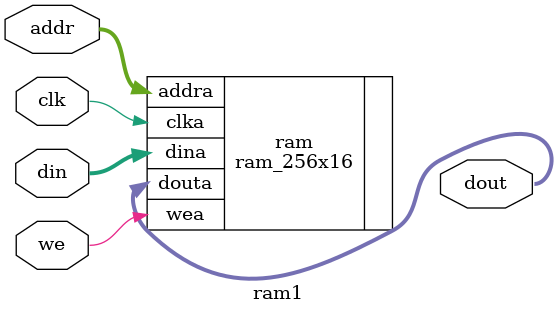
<source format=v>
`timescale 1ns / 1ps


module ram1( clk , we, addr, din, dout );

	input 	clk, we; 
	input 	[15:0] addr; 
	input 	[15:0] din; 
	output 	[15:0] dout; 

	//----------- Begin Cut here for INSTANTIATION Template ---// INST_TAG
	ram_256x16 ram (
  .clka(clk), // input clka
  .wea(we), // input [0 : 0] wea
  .addra(addr), // input [7 : 0] addra
  .dina(din), // input [15 : 0] dina
  .douta(dout) // output [15 : 0] douta
	);
	// INST_TAG_END ------ End INSTANTIATION Template ---------

endmodule

</source>
